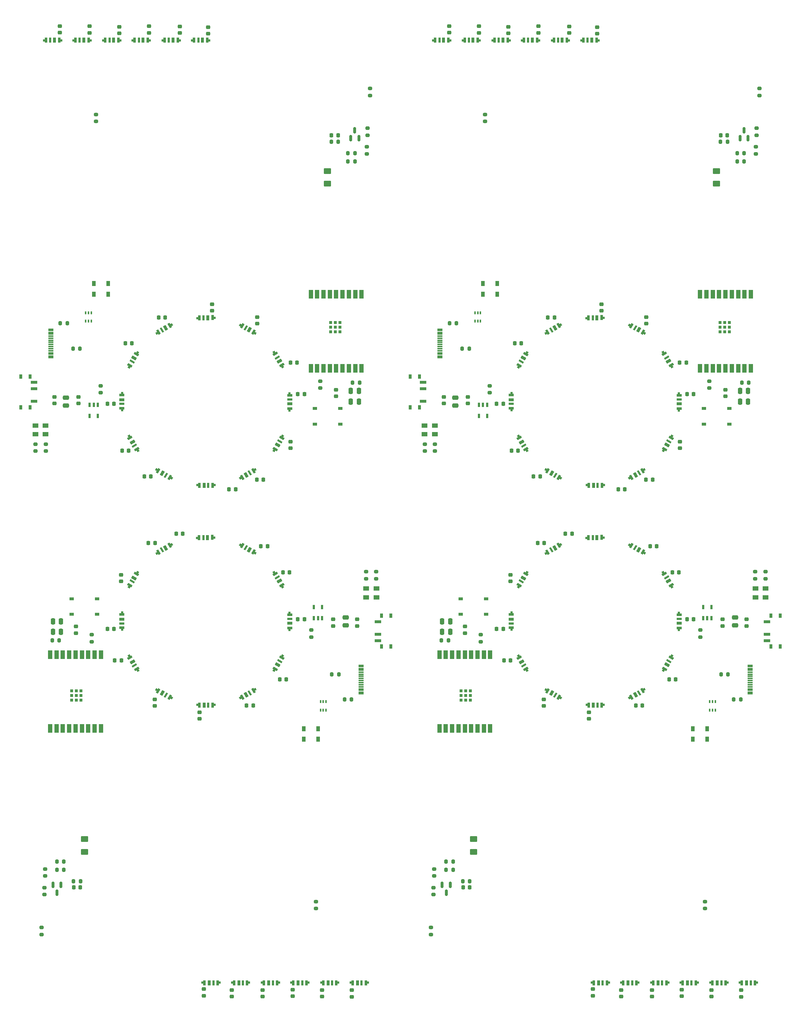
<source format=gbr>
%TF.GenerationSoftware,KiCad,Pcbnew,8.0.8*%
%TF.CreationDate,2025-03-20T15:54:22-03:00*%
%TF.ProjectId,nsec-badge-2025-panel,6e736563-2d62-4616-9467-652d32303235,rev?*%
%TF.SameCoordinates,Original*%
%TF.FileFunction,Paste,Bot*%
%TF.FilePolarity,Positive*%
%FSLAX46Y46*%
G04 Gerber Fmt 4.6, Leading zero omitted, Abs format (unit mm)*
G04 Created by KiCad (PCBNEW 8.0.8) date 2025-03-20 15:54:22*
%MOMM*%
%LPD*%
G01*
G04 APERTURE LIST*
G04 Aperture macros list*
%AMRoundRect*
0 Rectangle with rounded corners*
0 $1 Rounding radius*
0 $2 $3 $4 $5 $6 $7 $8 $9 X,Y pos of 4 corners*
0 Add a 4 corners polygon primitive as box body*
4,1,4,$2,$3,$4,$5,$6,$7,$8,$9,$2,$3,0*
0 Add four circle primitives for the rounded corners*
1,1,$1+$1,$2,$3*
1,1,$1+$1,$4,$5*
1,1,$1+$1,$6,$7*
1,1,$1+$1,$8,$9*
0 Add four rect primitives between the rounded corners*
20,1,$1+$1,$2,$3,$4,$5,0*
20,1,$1+$1,$4,$5,$6,$7,0*
20,1,$1+$1,$6,$7,$8,$9,0*
20,1,$1+$1,$8,$9,$2,$3,0*%
%AMFreePoly0*
4,1,9,0.499975,-0.599822,-0.050013,-0.599823,-0.050013,-0.199848,-0.500025,-0.199848,-0.500025,0.350191,-0.050013,0.350191,-0.050013,0.600178,0.499975,0.600178,0.499975,-0.599822,0.499975,-0.599822,$1*%
%AMFreePoly1*
4,1,5,0.349962,-0.599976,-0.350038,-0.599975,-0.350038,0.600025,0.349962,0.600025,0.349962,-0.599976,0.349962,-0.599976,$1*%
%AMFreePoly2*
4,1,5,0.224868,-0.600000,-0.225146,-0.600000,-0.225146,0.600000,0.224867,0.600000,0.224868,-0.600000,0.224868,-0.600000,$1*%
%AMFreePoly3*
4,1,9,0.050038,0.349784,0.500102,0.349835,0.500152,-0.200152,0.050114,-0.200127,0.050114,-0.600000,-0.499975,-0.600102,-0.499975,0.599848,0.050114,0.599898,0.050038,0.349784,0.050038,0.349784,$1*%
G04 Aperture macros list end*
%ADD10RoundRect,0.200000X0.200000X0.275000X-0.200000X0.275000X-0.200000X-0.275000X0.200000X-0.275000X0*%
%ADD11RoundRect,0.225000X0.225000X0.250000X-0.225000X0.250000X-0.225000X-0.250000X0.225000X-0.250000X0*%
%ADD12RoundRect,0.225000X-0.250000X0.225000X-0.250000X-0.225000X0.250000X-0.225000X0.250000X0.225000X0*%
%ADD13RoundRect,0.250001X-0.624999X0.462499X-0.624999X-0.462499X0.624999X-0.462499X0.624999X0.462499X0*%
%ADD14FreePoly0,150.000000*%
%ADD15FreePoly1,150.000000*%
%ADD16FreePoly2,150.000000*%
%ADD17FreePoly3,150.000000*%
%ADD18RoundRect,0.225000X-0.225000X-0.250000X0.225000X-0.250000X0.225000X0.250000X-0.225000X0.250000X0*%
%ADD19RoundRect,0.200000X0.275000X-0.200000X0.275000X0.200000X-0.275000X0.200000X-0.275000X-0.200000X0*%
%ADD20FreePoly0,180.000000*%
%ADD21FreePoly1,180.000000*%
%ADD22FreePoly2,180.000000*%
%ADD23FreePoly3,180.000000*%
%ADD24R,0.950013X1.150013*%
%ADD25RoundRect,0.200000X-0.275000X0.200000X-0.275000X-0.200000X0.275000X-0.200000X0.275000X0.200000X0*%
%ADD26RoundRect,0.250000X-0.250000X-0.475000X0.250000X-0.475000X0.250000X0.475000X-0.250000X0.475000X0*%
%ADD27FreePoly0,60.000000*%
%ADD28FreePoly1,60.000000*%
%ADD29FreePoly2,60.000000*%
%ADD30FreePoly3,60.000000*%
%ADD31FreePoly0,300.000000*%
%ADD32FreePoly1,300.000000*%
%ADD33FreePoly2,300.000000*%
%ADD34FreePoly3,300.000000*%
%ADD35RoundRect,0.200000X-0.200000X-0.275000X0.200000X-0.275000X0.200000X0.275000X-0.200000X0.275000X0*%
%ADD36R,1.500000X0.700000*%
%ADD37R,0.800000X1.000000*%
%ADD38RoundRect,0.225000X0.250000X-0.225000X0.250000X0.225000X-0.250000X0.225000X-0.250000X-0.225000X0*%
%ADD39FreePoly0,210.000000*%
%ADD40FreePoly1,210.000000*%
%ADD41FreePoly2,210.000000*%
%ADD42FreePoly3,210.000000*%
%ADD43R,1.000000X0.750013*%
%ADD44FreePoly0,0.000000*%
%ADD45FreePoly1,0.000000*%
%ADD46FreePoly2,0.000000*%
%ADD47FreePoly3,0.000000*%
%ADD48FreePoly0,90.000000*%
%ADD49FreePoly1,90.000000*%
%ADD50FreePoly2,90.000000*%
%ADD51FreePoly3,90.000000*%
%ADD52RoundRect,0.250000X0.250000X0.475000X-0.250000X0.475000X-0.250000X-0.475000X0.250000X-0.475000X0*%
%ADD53R,1.399543X1.000000*%
%ADD54FreePoly0,330.000000*%
%ADD55FreePoly1,330.000000*%
%ADD56FreePoly2,330.000000*%
%ADD57FreePoly3,330.000000*%
%ADD58FreePoly0,30.000000*%
%ADD59FreePoly1,30.000000*%
%ADD60FreePoly2,30.000000*%
%ADD61FreePoly3,30.000000*%
%ADD62FreePoly0,270.000000*%
%ADD63FreePoly1,270.000000*%
%ADD64FreePoly2,270.000000*%
%ADD65FreePoly3,270.000000*%
%ADD66FreePoly0,120.000000*%
%ADD67FreePoly1,120.000000*%
%ADD68FreePoly2,120.000000*%
%ADD69FreePoly3,120.000000*%
%ADD70RoundRect,0.250001X0.624999X-0.462499X0.624999X0.462499X-0.624999X0.462499X-0.624999X-0.462499X0*%
%ADD71R,0.622301X1.104902*%
%ADD72RoundRect,0.150000X0.150000X-0.587500X0.150000X0.587500X-0.150000X0.587500X-0.150000X-0.587500X0*%
%ADD73RoundRect,0.250000X0.475000X-0.250000X0.475000X0.250000X-0.475000X0.250000X-0.475000X-0.250000X0*%
%ADD74R,1.000000X2.000000*%
%ADD75R,0.700000X0.700000*%
%ADD76RoundRect,0.250000X-0.475000X0.250000X-0.475000X-0.250000X0.475000X-0.250000X0.475000X0.250000X0*%
%ADD77RoundRect,0.150000X-0.150000X0.587500X-0.150000X-0.587500X0.150000X-0.587500X0.150000X0.587500X0*%
%ADD78R,1.300000X0.300000*%
%ADD79FreePoly0,240.000000*%
%ADD80FreePoly1,240.000000*%
%ADD81FreePoly2,240.000000*%
%ADD82FreePoly3,240.000000*%
%ADD83R,0.350013X0.780010*%
G04 APERTURE END LIST*
D10*
%TO.C,R10*%
X114876027Y-212320000D03*
X113226027Y-212320000D03*
%TD*%
D11*
%TO.C,C5*%
X139026027Y-130120000D03*
X137476027Y-130120000D03*
%TD*%
D12*
%TO.C,C24*%
X79988479Y-238082535D03*
X79988479Y-239632535D03*
%TD*%
%TO.C,C21*%
X58638479Y-238057535D03*
X58638479Y-239607535D03*
%TD*%
D13*
%TO.C,F1*%
X81201000Y-44382500D03*
X81201000Y-47357500D03*
%TD*%
D14*
%TO.C,RGB6*%
X155954386Y-82559680D03*
D15*
X154772667Y-81906451D03*
D16*
X153939637Y-81425501D03*
D17*
X152878684Y-80813546D03*
%TD*%
D18*
%TO.C,C6*%
X156526013Y-117370000D03*
X158076013Y-117370000D03*
%TD*%
D11*
%TO.C,C14*%
X30776000Y-99370000D03*
X29226000Y-99370000D03*
%TD*%
D19*
%TO.C,R14*%
X171501013Y-95695000D03*
X171501013Y-94045000D03*
%TD*%
D10*
%TO.C,R6*%
X180826013Y-94370000D03*
X179176013Y-94370000D03*
%TD*%
D20*
%TO.C,RGB17*%
X116988491Y-13356855D03*
D21*
X115638478Y-13382001D03*
D22*
X114676578Y-13382001D03*
D23*
X113451788Y-13382509D03*
%TD*%
D19*
%TO.C,R7*%
X182501013Y-40295000D03*
X182501013Y-38645000D03*
%TD*%
D24*
%TO.C,D1*%
X167608622Y-178770000D03*
X170993432Y-178770000D03*
%TD*%
D25*
%TO.C,R9*%
X26506087Y-30945000D03*
X26506087Y-32595000D03*
%TD*%
D26*
%TO.C,C18*%
X108351027Y-150870000D03*
X110251027Y-150870000D03*
%TD*%
D27*
%TO.C,RGB3*%
X160811332Y-110323373D03*
D28*
X161464561Y-109141654D03*
D29*
X161945511Y-108308624D03*
D30*
X162557466Y-107247671D03*
%TD*%
D12*
%TO.C,C1*%
X174601027Y-150395000D03*
X174601027Y-151945000D03*
%TD*%
D31*
%TO.C,RGB5*%
X34446508Y-159285903D03*
D32*
X35143292Y-160442476D03*
D33*
X35624242Y-161275506D03*
D34*
X36237077Y-162335951D03*
%TD*%
D18*
%TO.C,C5*%
X149976013Y-119620000D03*
X151526013Y-119620000D03*
%TD*%
D35*
%TO.C,R5*%
X18077434Y-80370000D03*
X19727434Y-80370000D03*
%TD*%
D27*
%TO.C,RGB9*%
X68811334Y-162323373D03*
D28*
X69464563Y-161141654D03*
D29*
X69945513Y-160308624D03*
D30*
X70557468Y-159247671D03*
%TD*%
D12*
%TO.C,C10*%
X132401027Y-169295000D03*
X132401027Y-170845000D03*
%TD*%
D36*
%TO.C,KEY1*%
X11851038Y-98819936D03*
X11851038Y-95819936D03*
X11851038Y-94320064D03*
D37*
X10951114Y-100219987D03*
X10951114Y-92920013D03*
X8750962Y-92920013D03*
X8750962Y-100219987D03*
%TD*%
D19*
%TO.C,R9*%
X170495940Y-218795000D03*
X170495940Y-217145000D03*
%TD*%
D38*
%TO.C,C4*%
X113751027Y-153645000D03*
X113751027Y-152095000D03*
%TD*%
D18*
%TO.C,C12*%
X62126014Y-170770000D03*
X63676014Y-170770000D03*
%TD*%
D25*
%TO.C,R11*%
X14301014Y-213845000D03*
X14301014Y-215495000D03*
%TD*%
D39*
%TO.C,RGB8*%
X44110097Y-80790494D03*
D40*
X42953524Y-81487278D03*
D41*
X42120494Y-81968228D03*
D42*
X41060049Y-82581063D03*
%TD*%
D20*
%TO.C,RGB16*%
X124031976Y-13344587D03*
D21*
X122681963Y-13369733D03*
D22*
X121720063Y-13369733D03*
D23*
X120495273Y-13370241D03*
%TD*%
D20*
%TO.C,RGB1*%
X146241236Y-131008481D03*
D21*
X144891223Y-131033627D03*
D22*
X143929323Y-131033627D03*
D23*
X142704533Y-131034135D03*
%TD*%
D12*
%TO.C,C4*%
X83251000Y-96095000D03*
X83251000Y-97645000D03*
%TD*%
D18*
%TO.C,C15*%
X162726027Y-139270000D03*
X164276027Y-139270000D03*
%TD*%
D43*
%TO.C,SW4*%
X118751027Y-145520114D03*
X112751027Y-145520114D03*
X118751027Y-149219886D03*
X112751027Y-149219886D03*
%TD*%
D20*
%TO.C,RGB16*%
X32031963Y-13344587D03*
D21*
X30681950Y-13369733D03*
D22*
X29720050Y-13369733D03*
D23*
X28495260Y-13370241D03*
%TD*%
D20*
%TO.C,RGB18*%
X18031963Y-13344587D03*
D21*
X16681950Y-13369733D03*
D22*
X15720050Y-13369733D03*
D23*
X14495260Y-13370241D03*
%TD*%
D19*
%TO.C,R11*%
X90701000Y-35895000D03*
X90701000Y-34245000D03*
%TD*%
D25*
%TO.C,R8*%
X183313013Y-24817000D03*
X183313013Y-26467000D03*
%TD*%
D44*
%TO.C,RGB15*%
X158013549Y-236383145D03*
D45*
X159363562Y-236357999D03*
D46*
X160325462Y-236357999D03*
D47*
X161550252Y-236357491D03*
%TD*%
D39*
%TO.C,RGB8*%
X136110110Y-80790494D03*
D40*
X134953537Y-81487278D03*
D41*
X134120507Y-81968228D03*
D42*
X133060062Y-82581063D03*
%TD*%
D38*
%TO.C,C11*%
X54001000Y-77395000D03*
X54001000Y-75845000D03*
%TD*%
D48*
%TO.C,RGB4*%
X164362531Y-100710208D03*
D49*
X164337385Y-99360195D03*
D50*
X164337385Y-98398295D03*
D51*
X164336877Y-97173505D03*
%TD*%
D12*
%TO.C,C3*%
X88267675Y-150395267D03*
X88267675Y-151945267D03*
%TD*%
D52*
%TO.C,C18*%
X88651000Y-98870000D03*
X86751000Y-98870000D03*
%TD*%
D44*
%TO.C,RGB18*%
X86970051Y-236395413D03*
D45*
X88320064Y-236370267D03*
D46*
X89281964Y-236370267D03*
D47*
X90506754Y-236369759D03*
%TD*%
D35*
%TO.C,R6*%
X16176014Y-155370000D03*
X17826014Y-155370000D03*
%TD*%
D53*
%TO.C,LED2*%
X106601013Y-104519708D03*
X106601013Y-106620292D03*
%TD*%
D54*
%TO.C,RGB6*%
X41047641Y-167180320D03*
D55*
X42229360Y-167833549D03*
D56*
X43062390Y-168314499D03*
D57*
X44123343Y-168926454D03*
%TD*%
D25*
%TO.C,R1*%
X119601013Y-95145000D03*
X119601013Y-96795000D03*
%TD*%
D44*
%TO.C,RGB15*%
X66013536Y-236383145D03*
D45*
X67363549Y-236357999D03*
D46*
X68325449Y-236357999D03*
D47*
X69550239Y-236357491D03*
%TD*%
D58*
%TO.C,RGB2*%
X152891915Y-116949507D03*
D59*
X154048488Y-116252723D03*
D60*
X154881518Y-115771773D03*
D61*
X155941963Y-115158938D03*
%TD*%
D25*
%TO.C,R1*%
X27601000Y-95145000D03*
X27601000Y-96795000D03*
%TD*%
D62*
%TO.C,RGB10*%
X32638122Y-97120000D03*
D63*
X32663268Y-98470013D03*
D64*
X32663268Y-99431913D03*
D65*
X32663776Y-100656703D03*
%TD*%
D11*
%TO.C,C13*%
X127026013Y-85120000D03*
X125476013Y-85120000D03*
%TD*%
D54*
%TO.C,RGB6*%
X133047654Y-167180320D03*
D55*
X134229373Y-167833549D03*
D56*
X135062403Y-168314499D03*
D57*
X136123356Y-168926454D03*
%TD*%
D53*
%TO.C,LED1*%
X92801014Y-145220292D03*
X92801014Y-143119708D03*
%TD*%
D12*
%TO.C,C23*%
X164988492Y-237982535D03*
X164988492Y-239532535D03*
%TD*%
D38*
%TO.C,C20*%
X145013548Y-11882465D03*
X145013548Y-10332465D03*
%TD*%
D11*
%TO.C,C16*%
X39501000Y-116620000D03*
X37951000Y-116620000D03*
%TD*%
%TO.C,C15*%
X126276013Y-110470000D03*
X124726013Y-110470000D03*
%TD*%
D66*
%TO.C,RGB11*%
X70555521Y-142454098D03*
D67*
X69858737Y-141297525D03*
D68*
X69377787Y-140464495D03*
D69*
X68764952Y-139404050D03*
%TD*%
D24*
%TO.C,D2*%
X75608609Y-176270000D03*
X78993419Y-176270000D03*
%TD*%
D12*
%TO.C,C23*%
X72988479Y-237982535D03*
X72988479Y-239532535D03*
%TD*%
D18*
%TO.C,C5*%
X57976000Y-119620000D03*
X59526000Y-119620000D03*
%TD*%
D38*
%TO.C,C25*%
X18013535Y-11632465D03*
X18013535Y-10082465D03*
%TD*%
D18*
%TO.C,C6*%
X64526000Y-117370000D03*
X66076000Y-117370000D03*
%TD*%
D25*
%TO.C,R2*%
X104251013Y-108945000D03*
X104251013Y-110595000D03*
%TD*%
D31*
%TO.C,RGB11*%
X126446506Y-107285902D03*
D32*
X127143290Y-108442475D03*
D33*
X127624240Y-109275505D03*
D34*
X128237075Y-110335950D03*
%TD*%
D11*
%TO.C,C17*%
X175726013Y-35920000D03*
X174176013Y-35920000D03*
%TD*%
D38*
%TO.C,C3*%
X16734339Y-99344733D03*
X16734339Y-97794733D03*
%TD*%
D12*
%TO.C,C7*%
X164501013Y-108345000D03*
X164501013Y-109895000D03*
%TD*%
D25*
%TO.C,R11*%
X106301027Y-213845000D03*
X106301027Y-215495000D03*
%TD*%
%TO.C,R8*%
X91313000Y-24817000D03*
X91313000Y-26467000D03*
%TD*%
D48*
%TO.C,RGB4*%
X72362518Y-100710208D03*
D49*
X72337372Y-99360195D03*
D50*
X72337372Y-98398295D03*
D51*
X72336864Y-97173505D03*
%TD*%
D18*
%TO.C,C14*%
X166226027Y-150370000D03*
X167776027Y-150370000D03*
%TD*%
D43*
%TO.C,SW4*%
X170251013Y-104219886D03*
X176251013Y-104219886D03*
X170251013Y-100520114D03*
X176251013Y-100520114D03*
%TD*%
D18*
%TO.C,C14*%
X74226014Y-150370000D03*
X75776014Y-150370000D03*
%TD*%
D11*
%TO.C,C14*%
X122776013Y-99370000D03*
X121226013Y-99370000D03*
%TD*%
D18*
%TO.C,C13*%
X69976014Y-164620000D03*
X71526014Y-164620000D03*
%TD*%
D38*
%TO.C,C10*%
X64601000Y-80445000D03*
X64601000Y-78895000D03*
%TD*%
%TO.C,C21*%
X138363548Y-11682465D03*
X138363548Y-10132465D03*
%TD*%
D70*
%TO.C,F1*%
X115801027Y-205357500D03*
X115801027Y-202382500D03*
%TD*%
D66*
%TO.C,RGB5*%
X162555519Y-90454097D03*
D67*
X161858735Y-89297524D03*
D68*
X161377785Y-88464494D03*
D69*
X160764950Y-87404049D03*
%TD*%
D20*
%TO.C,RGB1*%
X54241223Y-131008481D03*
D21*
X52891210Y-131033627D03*
D22*
X51929310Y-131033627D03*
D23*
X50704520Y-131034135D03*
%TD*%
D20*
%TO.C,RGB17*%
X24988478Y-13356855D03*
D21*
X23638465Y-13382001D03*
D22*
X22676565Y-13382001D03*
D23*
X21451775Y-13382509D03*
%TD*%
D10*
%TO.C,R6*%
X88826000Y-94370000D03*
X87176000Y-94370000D03*
%TD*%
D12*
%TO.C,C21*%
X150638492Y-238057535D03*
X150638492Y-239607535D03*
%TD*%
D71*
%TO.C,U6*%
X117051280Y-99670025D03*
X118000480Y-99670025D03*
X118950695Y-99670025D03*
X118950695Y-102269975D03*
X117051280Y-102269975D03*
%TD*%
D52*
%TO.C,C18*%
X180651013Y-98870000D03*
X178751013Y-98870000D03*
%TD*%
D53*
%TO.C,LED1*%
X104201013Y-104519708D03*
X104201013Y-106620292D03*
%TD*%
D72*
%TO.C,Q1*%
X180651013Y-36557500D03*
X178751013Y-36557500D03*
X179701013Y-34682500D03*
%TD*%
D19*
%TO.C,R2*%
X184751027Y-140795000D03*
X184751027Y-139145000D03*
%TD*%
D14*
%TO.C,RGB12*%
X63954387Y-134559681D03*
D15*
X62772668Y-133906452D03*
D16*
X61939638Y-133425502D03*
D17*
X60878685Y-132813547D03*
%TD*%
D26*
%TO.C,C19*%
X108351027Y-153370000D03*
X110251027Y-153370000D03*
%TD*%
D11*
%TO.C,C8*%
X122776027Y-152620000D03*
X121226027Y-152620000D03*
%TD*%
%TO.C,C16*%
X131501013Y-116620000D03*
X129951013Y-116620000D03*
%TD*%
D14*
%TO.C,RGB6*%
X63954373Y-82559680D03*
D15*
X62772654Y-81906451D03*
D16*
X61939624Y-81425501D03*
D17*
X60878671Y-80813546D03*
%TD*%
D38*
%TO.C,C23*%
X124013548Y-11757465D03*
X124013548Y-10207465D03*
%TD*%
D11*
%TO.C,C17*%
X83726000Y-35920000D03*
X82176000Y-35920000D03*
%TD*%
D27*
%TO.C,RGB9*%
X160811347Y-162323373D03*
D28*
X161464576Y-161141654D03*
D29*
X161945526Y-160308624D03*
D30*
X162557481Y-159247671D03*
%TD*%
D12*
%TO.C,C11*%
X51001014Y-172345000D03*
X51001014Y-173895000D03*
%TD*%
D38*
%TO.C,C1*%
X22401000Y-99345000D03*
X22401000Y-97795000D03*
%TD*%
D43*
%TO.C,SW4*%
X78251000Y-104219886D03*
X84251000Y-104219886D03*
X78251000Y-100520114D03*
X84251000Y-100520114D03*
%TD*%
D18*
%TO.C,C12*%
X154126027Y-170770000D03*
X155676027Y-170770000D03*
%TD*%
D39*
%TO.C,RGB2*%
X136110125Y-132790493D03*
D40*
X134953552Y-133487277D03*
D41*
X134120522Y-133968227D03*
D42*
X133060077Y-134581062D03*
%TD*%
D24*
%TO.C,D1*%
X29393405Y-70970000D03*
X26008595Y-70970000D03*
%TD*%
D12*
%TO.C,C25*%
X86988479Y-238107535D03*
X86988479Y-239657535D03*
%TD*%
D44*
%TO.C,RGB17*%
X80013536Y-236383145D03*
D45*
X81363549Y-236357999D03*
D46*
X82325449Y-236357999D03*
D47*
X83550239Y-236357491D03*
%TD*%
D18*
%TO.C,C8*%
X166226013Y-97120000D03*
X167776013Y-97120000D03*
%TD*%
D12*
%TO.C,C22*%
X65938479Y-238082535D03*
X65938479Y-239632535D03*
%TD*%
D58*
%TO.C,RGB8*%
X60891917Y-168949506D03*
D59*
X62048490Y-168252722D03*
D60*
X62881520Y-167771772D03*
D61*
X63941965Y-167158937D03*
%TD*%
D38*
%TO.C,C3*%
X108734352Y-99344733D03*
X108734352Y-97794733D03*
%TD*%
D19*
%TO.C,R8*%
X105689027Y-224923000D03*
X105689027Y-223273000D03*
%TD*%
D12*
%TO.C,C7*%
X72501000Y-108345000D03*
X72501000Y-109895000D03*
%TD*%
D73*
%TO.C,C2*%
X19413815Y-99819733D03*
X19413815Y-97919733D03*
%TD*%
D53*
%TO.C,LED1*%
X184801027Y-145220292D03*
X184801027Y-143119708D03*
%TD*%
D71*
%TO.C,U6*%
X25051267Y-99670025D03*
X26000467Y-99670025D03*
X26950682Y-99670025D03*
X26950682Y-102269975D03*
X25051267Y-102269975D03*
%TD*%
D10*
%TO.C,R12*%
X18926014Y-209620000D03*
X17276014Y-209620000D03*
%TD*%
D11*
%TO.C,C6*%
X132476027Y-132370000D03*
X130926027Y-132370000D03*
%TD*%
D10*
%TO.C,R4*%
X175924593Y-163369936D03*
X174274593Y-163369936D03*
%TD*%
D26*
%TO.C,C19*%
X16351014Y-153370000D03*
X18251014Y-153370000D03*
%TD*%
D20*
%TO.C,RGB13*%
X145031976Y-13344587D03*
D21*
X143681963Y-13369733D03*
D22*
X142720063Y-13369733D03*
D23*
X141495273Y-13370241D03*
%TD*%
D38*
%TO.C,C21*%
X46363535Y-11682465D03*
X46363535Y-10132465D03*
%TD*%
D35*
%TO.C,R4*%
X113077447Y-86370064D03*
X114727447Y-86370064D03*
%TD*%
D11*
%TO.C,C13*%
X35026000Y-85120000D03*
X33476000Y-85120000D03*
%TD*%
D38*
%TO.C,C7*%
X32501014Y-141395000D03*
X32501014Y-139845000D03*
%TD*%
D74*
%TO.C,U1*%
X15701039Y-158720038D03*
X17200912Y-158720038D03*
X18701039Y-158720038D03*
X20200912Y-158720038D03*
X21701039Y-158720038D03*
X23200912Y-158720038D03*
X24701039Y-158720038D03*
X26200912Y-158720038D03*
X27701039Y-158720038D03*
X27701039Y-176220166D03*
X26200912Y-176220166D03*
X24701039Y-176220166D03*
X23200912Y-176220166D03*
X21701039Y-176220166D03*
X20200912Y-176220166D03*
X18701039Y-176220166D03*
X17200912Y-176220166D03*
X15701039Y-176220166D03*
D75*
X23001014Y-167330148D03*
X21900937Y-167330148D03*
X20800861Y-167330148D03*
X23001014Y-168429970D03*
X21900937Y-168429970D03*
X20800861Y-168429970D03*
X23001014Y-169530046D03*
X21900937Y-169530046D03*
X20800861Y-169530046D03*
%TD*%
D48*
%TO.C,RGB10*%
X72363892Y-152620000D03*
D49*
X72338746Y-151269987D03*
D50*
X72338746Y-150308087D03*
D51*
X72338238Y-149083297D03*
%TD*%
D53*
%TO.C,LED2*%
X182401027Y-145220292D03*
X182401027Y-143119708D03*
%TD*%
D20*
%TO.C,RGB15*%
X130988491Y-13356855D03*
D21*
X129638478Y-13382001D03*
D22*
X128676578Y-13382001D03*
D23*
X127451788Y-13382509D03*
%TD*%
D38*
%TO.C,C24*%
X117013548Y-11657465D03*
X117013548Y-10107465D03*
%TD*%
D12*
%TO.C,C4*%
X175251013Y-96095000D03*
X175251013Y-97645000D03*
%TD*%
D11*
%TO.C,C8*%
X30776014Y-152620000D03*
X29226014Y-152620000D03*
%TD*%
D66*
%TO.C,RGB5*%
X70555506Y-90454097D03*
D67*
X69858722Y-89297524D03*
D68*
X69377772Y-88464494D03*
D69*
X68764937Y-87404049D03*
%TD*%
D38*
%TO.C,C20*%
X53013535Y-11882465D03*
X53013535Y-10332465D03*
%TD*%
D24*
%TO.C,D2*%
X121393418Y-73470000D03*
X118008608Y-73470000D03*
%TD*%
D11*
%TO.C,C9*%
X32526014Y-160120000D03*
X30976014Y-160120000D03*
%TD*%
D10*
%TO.C,R10*%
X22876014Y-212320000D03*
X21226014Y-212320000D03*
%TD*%
D76*
%TO.C,C2*%
X85588199Y-149920267D03*
X85588199Y-151820267D03*
%TD*%
D44*
%TO.C,RGB1*%
X50760791Y-118731519D03*
D45*
X52110804Y-118706373D03*
D46*
X53072704Y-118706373D03*
D47*
X54297494Y-118705865D03*
%TD*%
D54*
%TO.C,RGB12*%
X41047627Y-115180319D03*
D55*
X42229346Y-115833548D03*
D56*
X43062376Y-116314498D03*
D57*
X44123329Y-116926453D03*
%TD*%
D27*
%TO.C,RGB3*%
X68811319Y-110323373D03*
D28*
X69464548Y-109141654D03*
D29*
X69945498Y-108308624D03*
D30*
X70557453Y-107247671D03*
%TD*%
D38*
%TO.C,C10*%
X156601013Y-80445000D03*
X156601013Y-78895000D03*
%TD*%
%TO.C,C25*%
X110013548Y-11632465D03*
X110013548Y-10082465D03*
%TD*%
D77*
%TO.C,Q1*%
X108351027Y-213182500D03*
X110251027Y-213182500D03*
X109301027Y-215057500D03*
%TD*%
D44*
%TO.C,RGB13*%
X143970064Y-236395413D03*
D45*
X145320077Y-236370267D03*
D46*
X146281977Y-236370267D03*
D47*
X147506767Y-236369759D03*
%TD*%
D12*
%TO.C,C20*%
X51988479Y-237857535D03*
X51988479Y-239407535D03*
%TD*%
D35*
%TO.C,R13*%
X178076013Y-42095000D03*
X179726013Y-42095000D03*
%TD*%
D74*
%TO.C,U1*%
X181300988Y-91019962D03*
X179801115Y-91019962D03*
X178300988Y-91019962D03*
X176801115Y-91019962D03*
X175300988Y-91019962D03*
X173801115Y-91019962D03*
X172300988Y-91019962D03*
X170801115Y-91019962D03*
X169300988Y-91019962D03*
X169300988Y-73519834D03*
X170801115Y-73519834D03*
X172300988Y-73519834D03*
X173801115Y-73519834D03*
X175300988Y-73519834D03*
X176801115Y-73519834D03*
X178300988Y-73519834D03*
X179801115Y-73519834D03*
X181300988Y-73519834D03*
D75*
X174001013Y-82409852D03*
X175101090Y-82409852D03*
X176201166Y-82409852D03*
X174001013Y-81310030D03*
X175101090Y-81310030D03*
X176201166Y-81310030D03*
X174001013Y-80209954D03*
X175101090Y-80209954D03*
X176201166Y-80209954D03*
%TD*%
D78*
%TO.C,U2*%
X15850618Y-88470013D03*
X15850618Y-87669911D03*
X15850618Y-86369936D03*
X15850618Y-85369936D03*
X15850618Y-84870064D03*
X15850618Y-83870318D03*
X15850618Y-82570000D03*
X15850618Y-81769987D03*
X15850618Y-82069962D03*
X15850618Y-82870000D03*
X15850618Y-83369936D03*
X15850618Y-84369936D03*
X15850618Y-85870064D03*
X15850618Y-86870064D03*
X15850618Y-87369936D03*
X15850618Y-88170038D03*
%TD*%
D31*
%TO.C,RGB5*%
X126446521Y-159285903D03*
D32*
X127143305Y-160442476D03*
D33*
X127624255Y-161275506D03*
D34*
X128237090Y-162335951D03*
%TD*%
D11*
%TO.C,C15*%
X34276000Y-110470000D03*
X32726000Y-110470000D03*
%TD*%
D12*
%TO.C,C24*%
X171988492Y-238082535D03*
X171988492Y-239632535D03*
%TD*%
D13*
%TO.C,F1*%
X173201013Y-44382500D03*
X173201013Y-47357500D03*
%TD*%
D18*
%TO.C,C9*%
X164476013Y-89620000D03*
X166026013Y-89620000D03*
%TD*%
D12*
%TO.C,C22*%
X157938492Y-238082535D03*
X157938492Y-239632535D03*
%TD*%
D58*
%TO.C,RGB2*%
X60891902Y-116949507D03*
D59*
X62048475Y-116252723D03*
D60*
X62881505Y-115771773D03*
D61*
X63941950Y-115158938D03*
%TD*%
D14*
%TO.C,RGB12*%
X155954400Y-134559681D03*
D15*
X154772681Y-133906452D03*
D16*
X153939651Y-133425502D03*
D17*
X152878698Y-132813547D03*
%TD*%
D71*
%TO.C,U6*%
X79950747Y-150069975D03*
X79001547Y-150069975D03*
X78051332Y-150069975D03*
X78051332Y-147470025D03*
X79950747Y-147470025D03*
%TD*%
D72*
%TO.C,Q1*%
X88651000Y-36557500D03*
X86751000Y-36557500D03*
X87701000Y-34682500D03*
%TD*%
D35*
%TO.C,R5*%
X110077447Y-80370000D03*
X111727447Y-80370000D03*
%TD*%
D19*
%TO.C,R1*%
X77401014Y-154595000D03*
X77401014Y-152945000D03*
%TD*%
D18*
%TO.C,C13*%
X161976027Y-164620000D03*
X163526027Y-164620000D03*
%TD*%
D19*
%TO.C,R1*%
X169401027Y-154595000D03*
X169401027Y-152945000D03*
%TD*%
D25*
%TO.C,R14*%
X117501027Y-154045000D03*
X117501027Y-155695000D03*
%TD*%
D18*
%TO.C,C16*%
X65501014Y-133120000D03*
X67051014Y-133120000D03*
%TD*%
D11*
%TO.C,C12*%
X134876013Y-78970000D03*
X133326013Y-78970000D03*
%TD*%
D20*
%TO.C,RGB7*%
X146262926Y-79019854D03*
D21*
X144912913Y-79045000D03*
D22*
X143951013Y-79045000D03*
D23*
X142726223Y-79045508D03*
%TD*%
D39*
%TO.C,RGB2*%
X44110112Y-132790493D03*
D40*
X42953539Y-133487277D03*
D41*
X42120509Y-133968227D03*
D42*
X41060064Y-134581062D03*
%TD*%
D79*
%TO.C,RGB3*%
X36190695Y-139416627D03*
D80*
X35537466Y-140598346D03*
D81*
X35056516Y-141431376D03*
D82*
X34444561Y-142492329D03*
%TD*%
D12*
%TO.C,C3*%
X180267688Y-150395267D03*
X180267688Y-151945267D03*
%TD*%
D38*
%TO.C,C22*%
X131063548Y-11657465D03*
X131063548Y-10107465D03*
%TD*%
%TO.C,C4*%
X21751014Y-153645000D03*
X21751014Y-152095000D03*
%TD*%
D12*
%TO.C,C25*%
X178988492Y-238107535D03*
X178988492Y-239657535D03*
%TD*%
D35*
%TO.C,R10*%
X174126013Y-37420000D03*
X175776013Y-37420000D03*
%TD*%
D10*
%TO.C,R13*%
X18926014Y-207645000D03*
X17276014Y-207645000D03*
%TD*%
D35*
%TO.C,R12*%
X178076013Y-40120000D03*
X179726013Y-40120000D03*
%TD*%
D83*
%TO.C,U3*%
X80901001Y-171859992D03*
X80251014Y-171859992D03*
X79601027Y-171859992D03*
X79601027Y-169880008D03*
X80251014Y-169880008D03*
X80901001Y-169880008D03*
%TD*%
D35*
%TO.C,R13*%
X86076000Y-42095000D03*
X87726000Y-42095000D03*
%TD*%
D19*
%TO.C,R7*%
X90501000Y-40295000D03*
X90501000Y-38645000D03*
%TD*%
D52*
%TO.C,C19*%
X88651000Y-96370000D03*
X86751000Y-96370000D03*
%TD*%
D71*
%TO.C,U6*%
X171950760Y-150069975D03*
X171001560Y-150069975D03*
X170051345Y-150069975D03*
X170051345Y-147470025D03*
X171950760Y-147470025D03*
%TD*%
D18*
%TO.C,C17*%
X21276014Y-213820000D03*
X22826014Y-213820000D03*
%TD*%
D44*
%TO.C,RGB7*%
X50739101Y-170720146D03*
D45*
X52089114Y-170695000D03*
D46*
X53051014Y-170695000D03*
D47*
X54275804Y-170694492D03*
%TD*%
D19*
%TO.C,R9*%
X78495927Y-218795000D03*
X78495927Y-217145000D03*
%TD*%
D18*
%TO.C,C15*%
X70726014Y-139270000D03*
X72276014Y-139270000D03*
%TD*%
D20*
%TO.C,RGB15*%
X38988478Y-13356855D03*
D21*
X37638465Y-13382001D03*
D22*
X36676565Y-13382001D03*
D23*
X35451775Y-13382509D03*
%TD*%
D20*
%TO.C,RGB13*%
X53031963Y-13344587D03*
D21*
X51681950Y-13369733D03*
D22*
X50720050Y-13369733D03*
D23*
X49495260Y-13370241D03*
%TD*%
D35*
%TO.C,R12*%
X86076000Y-40120000D03*
X87726000Y-40120000D03*
%TD*%
D38*
%TO.C,C23*%
X32013535Y-11757465D03*
X32013535Y-10207465D03*
%TD*%
D53*
%TO.C,LED2*%
X14601000Y-104519708D03*
X14601000Y-106620292D03*
%TD*%
D20*
%TO.C,RGB14*%
X138070076Y-13344587D03*
D21*
X136720063Y-13369733D03*
D22*
X135758163Y-13369733D03*
D23*
X134533373Y-13370241D03*
%TD*%
D38*
%TO.C,C24*%
X25013535Y-11657465D03*
X25013535Y-10107465D03*
%TD*%
D25*
%TO.C,R7*%
X106501027Y-209445000D03*
X106501027Y-211095000D03*
%TD*%
D44*
%TO.C,RGB7*%
X142739114Y-170720146D03*
D45*
X144089127Y-170695000D03*
D46*
X145051027Y-170695000D03*
D47*
X146275817Y-170694492D03*
%TD*%
D74*
%TO.C,U1*%
X107701052Y-158720038D03*
X109200925Y-158720038D03*
X110701052Y-158720038D03*
X112200925Y-158720038D03*
X113701052Y-158720038D03*
X115200925Y-158720038D03*
X116701052Y-158720038D03*
X118200925Y-158720038D03*
X119701052Y-158720038D03*
X119701052Y-176220166D03*
X118200925Y-176220166D03*
X116701052Y-176220166D03*
X115200925Y-176220166D03*
X113701052Y-176220166D03*
X112200925Y-176220166D03*
X110701052Y-176220166D03*
X109200925Y-176220166D03*
X107701052Y-176220166D03*
D75*
X115001027Y-167330148D03*
X113900950Y-167330148D03*
X112800874Y-167330148D03*
X115001027Y-168429970D03*
X113900950Y-168429970D03*
X112800874Y-168429970D03*
X115001027Y-169530046D03*
X113900950Y-169530046D03*
X112800874Y-169530046D03*
%TD*%
D24*
%TO.C,D1*%
X75608609Y-178770000D03*
X78993419Y-178770000D03*
%TD*%
D83*
%TO.C,U3*%
X24101013Y-77880008D03*
X24751000Y-77880008D03*
X25400987Y-77880008D03*
X25400987Y-79859992D03*
X24751000Y-79859992D03*
X24101013Y-79859992D03*
%TD*%
D19*
%TO.C,R11*%
X182701013Y-35895000D03*
X182701013Y-34245000D03*
%TD*%
D25*
%TO.C,R9*%
X118506100Y-30945000D03*
X118506100Y-32595000D03*
%TD*%
D31*
%TO.C,RGB11*%
X34446493Y-107285902D03*
D32*
X35143277Y-108442475D03*
D33*
X35624227Y-109275505D03*
D34*
X36237062Y-110335950D03*
%TD*%
D25*
%TO.C,R3*%
X14651000Y-108945000D03*
X14651000Y-110595000D03*
%TD*%
D76*
%TO.C,C2*%
X177588212Y-149920267D03*
X177588212Y-151820267D03*
%TD*%
D83*
%TO.C,U3*%
X172901014Y-171859992D03*
X172251027Y-171859992D03*
X171601040Y-171859992D03*
X171601040Y-169880008D03*
X172251027Y-169880008D03*
X172901014Y-169880008D03*
%TD*%
D44*
%TO.C,RGB17*%
X172013549Y-236383145D03*
D45*
X173363562Y-236357999D03*
D46*
X174325462Y-236357999D03*
D47*
X175550252Y-236357491D03*
%TD*%
D12*
%TO.C,C20*%
X143988492Y-237857535D03*
X143988492Y-239407535D03*
%TD*%
D26*
%TO.C,C18*%
X16351014Y-150870000D03*
X18251014Y-150870000D03*
%TD*%
D11*
%TO.C,C5*%
X47026014Y-130120000D03*
X45476014Y-130120000D03*
%TD*%
D44*
%TO.C,RGB14*%
X150931964Y-236395413D03*
D45*
X152281977Y-236370267D03*
D46*
X153243877Y-236370267D03*
D47*
X154468667Y-236369759D03*
%TD*%
D70*
%TO.C,F1*%
X23801014Y-205357500D03*
X23801014Y-202382500D03*
%TD*%
D25*
%TO.C,R14*%
X25501014Y-154045000D03*
X25501014Y-155695000D03*
%TD*%
D38*
%TO.C,C22*%
X39063535Y-11657465D03*
X39063535Y-10107465D03*
%TD*%
D35*
%TO.C,R4*%
X21077434Y-86370064D03*
X22727434Y-86370064D03*
%TD*%
D77*
%TO.C,Q1*%
X16351014Y-213182500D03*
X18251014Y-213182500D03*
X17301014Y-215057500D03*
%TD*%
D48*
%TO.C,RGB10*%
X164363905Y-152620000D03*
D49*
X164338759Y-151269987D03*
D50*
X164338759Y-150308087D03*
D51*
X164338251Y-149083297D03*
%TD*%
D10*
%TO.C,R5*%
X178924593Y-169370000D03*
X177274593Y-169370000D03*
%TD*%
D36*
%TO.C,KEY1*%
X93150976Y-150920064D03*
X93150976Y-153920064D03*
X93150976Y-155419936D03*
D37*
X94050900Y-149520013D03*
X94050900Y-156819987D03*
X96251052Y-156819987D03*
X96251052Y-149520013D03*
%TD*%
D12*
%TO.C,C10*%
X40401014Y-169295000D03*
X40401014Y-170845000D03*
%TD*%
D44*
%TO.C,RGB14*%
X58931951Y-236395413D03*
D45*
X60281964Y-236370267D03*
D46*
X61243864Y-236370267D03*
D47*
X62468654Y-236369759D03*
%TD*%
D79*
%TO.C,RGB9*%
X36190680Y-87416627D03*
D80*
X35537451Y-88598346D03*
D81*
X35056501Y-89431376D03*
D82*
X34444546Y-90492329D03*
%TD*%
D18*
%TO.C,C9*%
X72476000Y-89620000D03*
X74026000Y-89620000D03*
%TD*%
D24*
%TO.C,D2*%
X29393405Y-73470000D03*
X26008595Y-73470000D03*
%TD*%
D78*
%TO.C,U2*%
X181151409Y-161269987D03*
X181151409Y-162070089D03*
X181151409Y-163370064D03*
X181151409Y-164370064D03*
X181151409Y-164869936D03*
X181151409Y-165869682D03*
X181151409Y-167170000D03*
X181151409Y-167970013D03*
X181151409Y-167670038D03*
X181151409Y-166870000D03*
X181151409Y-166370064D03*
X181151409Y-165370064D03*
X181151409Y-163869936D03*
X181151409Y-162869936D03*
X181151409Y-162370064D03*
X181151409Y-161569962D03*
%TD*%
D62*
%TO.C,RGB4*%
X124639509Y-149029792D03*
D63*
X124664655Y-150379805D03*
D64*
X124664655Y-151341705D03*
D65*
X124665163Y-152566495D03*
%TD*%
D19*
%TO.C,R3*%
X90351014Y-140795000D03*
X90351014Y-139145000D03*
%TD*%
D52*
%TO.C,C19*%
X180651013Y-96370000D03*
X178751013Y-96370000D03*
%TD*%
D20*
%TO.C,RGB7*%
X54262913Y-79019854D03*
D21*
X52912900Y-79045000D03*
D22*
X51951000Y-79045000D03*
D23*
X50726210Y-79045508D03*
%TD*%
D83*
%TO.C,U3*%
X116101026Y-77880008D03*
X116751013Y-77880008D03*
X117401000Y-77880008D03*
X117401000Y-79859992D03*
X116751013Y-79859992D03*
X116101026Y-79859992D03*
%TD*%
D11*
%TO.C,C12*%
X42876000Y-78970000D03*
X41326000Y-78970000D03*
%TD*%
D44*
%TO.C,RGB16*%
X72970051Y-236395413D03*
D45*
X74320064Y-236370267D03*
D46*
X75281964Y-236370267D03*
D47*
X76506754Y-236369759D03*
%TD*%
D44*
%TO.C,RGB1*%
X142760804Y-118731519D03*
D45*
X144110817Y-118706373D03*
D46*
X145072717Y-118706373D03*
D47*
X146297507Y-118705865D03*
%TD*%
D36*
%TO.C,KEY1*%
X185150989Y-150920064D03*
X185150989Y-153920064D03*
X185150989Y-155419936D03*
D37*
X186050913Y-149520013D03*
X186050913Y-156819987D03*
X188251065Y-156819987D03*
X188251065Y-149520013D03*
%TD*%
D12*
%TO.C,C1*%
X82601014Y-150395000D03*
X82601014Y-151945000D03*
%TD*%
D18*
%TO.C,C17*%
X113276027Y-213820000D03*
X114826027Y-213820000D03*
%TD*%
D25*
%TO.C,R2*%
X12251000Y-108945000D03*
X12251000Y-110595000D03*
%TD*%
D38*
%TO.C,C1*%
X114401013Y-99345000D03*
X114401013Y-97795000D03*
%TD*%
D53*
%TO.C,LED1*%
X12201000Y-104519708D03*
X12201000Y-106620292D03*
%TD*%
D62*
%TO.C,RGB4*%
X32639496Y-149029792D03*
D63*
X32664642Y-150379805D03*
D64*
X32664642Y-151341705D03*
D65*
X32665150Y-152566495D03*
%TD*%
D43*
%TO.C,SW4*%
X26751014Y-145520114D03*
X20751014Y-145520114D03*
X26751014Y-149219886D03*
X20751014Y-149219886D03*
%TD*%
D12*
%TO.C,C11*%
X143001027Y-172345000D03*
X143001027Y-173895000D03*
%TD*%
D44*
%TO.C,RGB18*%
X178970064Y-236395413D03*
D45*
X180320077Y-236370267D03*
D46*
X181281977Y-236370267D03*
D47*
X182506767Y-236369759D03*
%TD*%
D25*
%TO.C,R3*%
X106651013Y-108945000D03*
X106651013Y-110595000D03*
%TD*%
D38*
%TO.C,C11*%
X146001013Y-77395000D03*
X146001013Y-75845000D03*
%TD*%
D54*
%TO.C,RGB12*%
X133047640Y-115180319D03*
D55*
X134229359Y-115833548D03*
D56*
X135062389Y-116314498D03*
D57*
X136123342Y-116926453D03*
%TD*%
D18*
%TO.C,C8*%
X74226000Y-97120000D03*
X75776000Y-97120000D03*
%TD*%
D10*
%TO.C,R13*%
X110926027Y-207645000D03*
X109276027Y-207645000D03*
%TD*%
D35*
%TO.C,R10*%
X82126000Y-37420000D03*
X83776000Y-37420000D03*
%TD*%
D20*
%TO.C,RGB18*%
X110031976Y-13344587D03*
D21*
X108681963Y-13369733D03*
D22*
X107720063Y-13369733D03*
D23*
X106495273Y-13370241D03*
%TD*%
D38*
%TO.C,C7*%
X124501027Y-141395000D03*
X124501027Y-139845000D03*
%TD*%
D11*
%TO.C,C9*%
X124526027Y-160120000D03*
X122976027Y-160120000D03*
%TD*%
D62*
%TO.C,RGB10*%
X124638135Y-97120000D03*
D63*
X124663281Y-98470013D03*
D64*
X124663281Y-99431913D03*
D65*
X124663789Y-100656703D03*
%TD*%
D19*
%TO.C,R2*%
X92751014Y-140795000D03*
X92751014Y-139145000D03*
%TD*%
D44*
%TO.C,RGB16*%
X164970064Y-236395413D03*
D45*
X166320077Y-236370267D03*
D46*
X167281977Y-236370267D03*
D47*
X168506767Y-236369759D03*
%TD*%
D24*
%TO.C,D1*%
X121393418Y-70970000D03*
X118008608Y-70970000D03*
%TD*%
D35*
%TO.C,R6*%
X108176027Y-155370000D03*
X109826027Y-155370000D03*
%TD*%
D79*
%TO.C,RGB3*%
X128190708Y-139416627D03*
D80*
X127537479Y-140598346D03*
D81*
X127056529Y-141431376D03*
D82*
X126444574Y-142492329D03*
%TD*%
D20*
%TO.C,RGB14*%
X46070063Y-13344587D03*
D21*
X44720050Y-13369733D03*
D22*
X43758150Y-13369733D03*
D23*
X42533360Y-13370241D03*
%TD*%
D79*
%TO.C,RGB9*%
X128190693Y-87416627D03*
D80*
X127537464Y-88598346D03*
D81*
X127056514Y-89431376D03*
D82*
X126444559Y-90492329D03*
%TD*%
D10*
%TO.C,R5*%
X86924580Y-169370000D03*
X85274580Y-169370000D03*
%TD*%
D73*
%TO.C,C2*%
X111413828Y-99819733D03*
X111413828Y-97919733D03*
%TD*%
D10*
%TO.C,R12*%
X110926027Y-209620000D03*
X109276027Y-209620000D03*
%TD*%
D44*
%TO.C,RGB13*%
X51970051Y-236395413D03*
D45*
X53320064Y-236370267D03*
D46*
X54281964Y-236370267D03*
D47*
X55506754Y-236369759D03*
%TD*%
D19*
%TO.C,R8*%
X13689014Y-224923000D03*
X13689014Y-223273000D03*
%TD*%
D78*
%TO.C,U2*%
X89151396Y-161269987D03*
X89151396Y-162070089D03*
X89151396Y-163370064D03*
X89151396Y-164370064D03*
X89151396Y-164869936D03*
X89151396Y-165869682D03*
X89151396Y-167170000D03*
X89151396Y-167970013D03*
X89151396Y-167670038D03*
X89151396Y-166870000D03*
X89151396Y-166370064D03*
X89151396Y-165370064D03*
X89151396Y-163869936D03*
X89151396Y-162869936D03*
X89151396Y-162370064D03*
X89151396Y-161569962D03*
%TD*%
D19*
%TO.C,R3*%
X182351027Y-140795000D03*
X182351027Y-139145000D03*
%TD*%
D25*
%TO.C,R7*%
X14501014Y-209445000D03*
X14501014Y-211095000D03*
%TD*%
D36*
%TO.C,KEY1*%
X103851051Y-98819936D03*
X103851051Y-95819936D03*
X103851051Y-94320064D03*
D37*
X102951127Y-100219987D03*
X102951127Y-92920013D03*
X100750975Y-92920013D03*
X100750975Y-100219987D03*
%TD*%
D10*
%TO.C,R4*%
X83924580Y-163369936D03*
X82274580Y-163369936D03*
%TD*%
D66*
%TO.C,RGB11*%
X162555534Y-142454098D03*
D67*
X161858750Y-141297525D03*
D68*
X161377800Y-140464495D03*
D69*
X160764965Y-139404050D03*
%TD*%
D78*
%TO.C,U2*%
X107850631Y-88470013D03*
X107850631Y-87669911D03*
X107850631Y-86369936D03*
X107850631Y-85369936D03*
X107850631Y-84870064D03*
X107850631Y-83870318D03*
X107850631Y-82570000D03*
X107850631Y-81769987D03*
X107850631Y-82069962D03*
X107850631Y-82870000D03*
X107850631Y-83369936D03*
X107850631Y-84369936D03*
X107850631Y-85870064D03*
X107850631Y-86870064D03*
X107850631Y-87369936D03*
X107850631Y-88170038D03*
%TD*%
D53*
%TO.C,LED2*%
X90401014Y-145220292D03*
X90401014Y-143119708D03*
%TD*%
D24*
%TO.C,D2*%
X167608622Y-176270000D03*
X170993432Y-176270000D03*
%TD*%
D18*
%TO.C,C16*%
X157501027Y-133120000D03*
X159051027Y-133120000D03*
%TD*%
D19*
%TO.C,R14*%
X79501000Y-95695000D03*
X79501000Y-94045000D03*
%TD*%
D11*
%TO.C,C6*%
X40476014Y-132370000D03*
X38926014Y-132370000D03*
%TD*%
D74*
%TO.C,U1*%
X89300975Y-91019962D03*
X87801102Y-91019962D03*
X86300975Y-91019962D03*
X84801102Y-91019962D03*
X83300975Y-91019962D03*
X81801102Y-91019962D03*
X80300975Y-91019962D03*
X78801102Y-91019962D03*
X77300975Y-91019962D03*
X77300975Y-73519834D03*
X78801102Y-73519834D03*
X80300975Y-73519834D03*
X81801102Y-73519834D03*
X83300975Y-73519834D03*
X84801102Y-73519834D03*
X86300975Y-73519834D03*
X87801102Y-73519834D03*
X89300975Y-73519834D03*
D75*
X82001000Y-82409852D03*
X83101077Y-82409852D03*
X84201153Y-82409852D03*
X82001000Y-81310030D03*
X83101077Y-81310030D03*
X84201153Y-81310030D03*
X82001000Y-80209954D03*
X83101077Y-80209954D03*
X84201153Y-80209954D03*
%TD*%
D58*
%TO.C,RGB8*%
X152891930Y-168949506D03*
D59*
X154048503Y-168252722D03*
D60*
X154881533Y-167771772D03*
D61*
X155941978Y-167158937D03*
%TD*%
M02*

</source>
